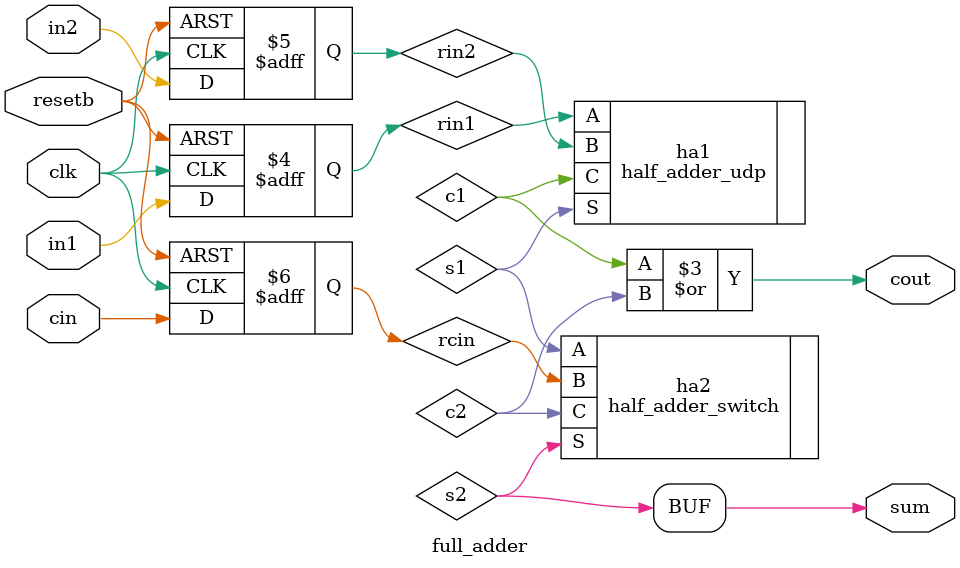
<source format=v>
`timescale 1 ns/1 ps

module full_adder(sum,cout,in1,in2,cin,clk,resetb);
    output sum, cout;
    input  in1, in2, cin;
    input  clk, resetb;

    wire   sum, cout;
    reg    rin1, rin2, rcin;
    wire   s1, c1;
    wire   s2, c2;

    always @ (posedge clk or negedge resetb) begin
         if (resetb==1'b0) begin
            rin1 <= 1'b0;
            rin2 <= 1'b0;
            rcin <= 1'b0;
         end else begin
            rin1 <= in1;
            rin2 <= in2;
            rcin <= cin;
         end
    end
    
    half_adder_udp    ha1 (.S(s1), .C(c1), .A(rin1), .B(rin2));
    half_adder_switch ha2 (.S(s2), .C(c2), .A(s1),   .B(rcin));

    assign sum = s2;
    assign cout = c1|c2;
endmodule

</source>
